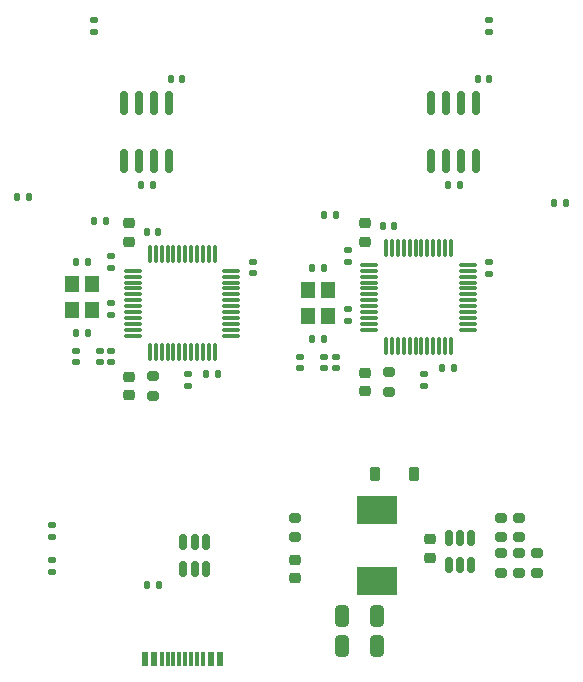
<source format=gbr>
%TF.GenerationSoftware,KiCad,Pcbnew,8.0.6*%
%TF.CreationDate,2024-12-12T23:36:56-08:00*%
%TF.ProjectId,KiCAD_MCPtest,4b694341-445f-44d4-9350-746573742e6b,rev?*%
%TF.SameCoordinates,Original*%
%TF.FileFunction,Paste,Top*%
%TF.FilePolarity,Positive*%
%FSLAX46Y46*%
G04 Gerber Fmt 4.6, Leading zero omitted, Abs format (unit mm)*
G04 Created by KiCad (PCBNEW 8.0.6) date 2024-12-12 23:36:56*
%MOMM*%
%LPD*%
G01*
G04 APERTURE LIST*
G04 Aperture macros list*
%AMRoundRect*
0 Rectangle with rounded corners*
0 $1 Rounding radius*
0 $2 $3 $4 $5 $6 $7 $8 $9 X,Y pos of 4 corners*
0 Add a 4 corners polygon primitive as box body*
4,1,4,$2,$3,$4,$5,$6,$7,$8,$9,$2,$3,0*
0 Add four circle primitives for the rounded corners*
1,1,$1+$1,$2,$3*
1,1,$1+$1,$4,$5*
1,1,$1+$1,$6,$7*
1,1,$1+$1,$8,$9*
0 Add four rect primitives between the rounded corners*
20,1,$1+$1,$2,$3,$4,$5,0*
20,1,$1+$1,$4,$5,$6,$7,0*
20,1,$1+$1,$6,$7,$8,$9,0*
20,1,$1+$1,$8,$9,$2,$3,0*%
G04 Aperture macros list end*
%ADD10RoundRect,0.150000X0.150000X-0.512500X0.150000X0.512500X-0.150000X0.512500X-0.150000X-0.512500X0*%
%ADD11RoundRect,0.140000X0.140000X0.170000X-0.140000X0.170000X-0.140000X-0.170000X0.140000X-0.170000X0*%
%ADD12RoundRect,0.140000X-0.140000X-0.170000X0.140000X-0.170000X0.140000X0.170000X-0.140000X0.170000X0*%
%ADD13RoundRect,0.135000X0.185000X-0.135000X0.185000X0.135000X-0.185000X0.135000X-0.185000X-0.135000X0*%
%ADD14RoundRect,0.225000X0.250000X-0.225000X0.250000X0.225000X-0.250000X0.225000X-0.250000X-0.225000X0*%
%ADD15RoundRect,0.225000X-0.250000X0.225000X-0.250000X-0.225000X0.250000X-0.225000X0.250000X0.225000X0*%
%ADD16R,1.200000X1.400000*%
%ADD17RoundRect,0.135000X-0.185000X0.135000X-0.185000X-0.135000X0.185000X-0.135000X0.185000X0.135000X0*%
%ADD18RoundRect,0.200000X-0.275000X0.200000X-0.275000X-0.200000X0.275000X-0.200000X0.275000X0.200000X0*%
%ADD19RoundRect,0.140000X-0.170000X0.140000X-0.170000X-0.140000X0.170000X-0.140000X0.170000X0.140000X0*%
%ADD20RoundRect,0.250000X-0.325000X-0.650000X0.325000X-0.650000X0.325000X0.650000X-0.325000X0.650000X0*%
%ADD21RoundRect,0.150000X0.150000X-0.825000X0.150000X0.825000X-0.150000X0.825000X-0.150000X-0.825000X0*%
%ADD22RoundRect,0.140000X0.170000X-0.140000X0.170000X0.140000X-0.170000X0.140000X-0.170000X-0.140000X0*%
%ADD23R,0.600000X1.160000*%
%ADD24R,0.300000X1.160000*%
%ADD25RoundRect,0.135000X0.135000X0.185000X-0.135000X0.185000X-0.135000X-0.185000X0.135000X-0.185000X0*%
%ADD26RoundRect,0.135000X-0.135000X-0.185000X0.135000X-0.185000X0.135000X0.185000X-0.135000X0.185000X0*%
%ADD27RoundRect,0.147500X0.172500X-0.147500X0.172500X0.147500X-0.172500X0.147500X-0.172500X-0.147500X0*%
%ADD28RoundRect,0.200000X0.275000X-0.200000X0.275000X0.200000X-0.275000X0.200000X-0.275000X-0.200000X0*%
%ADD29RoundRect,0.218750X0.256250X-0.218750X0.256250X0.218750X-0.256250X0.218750X-0.256250X-0.218750X0*%
%ADD30R,3.500000X2.350000*%
%ADD31RoundRect,0.225000X-0.225000X-0.375000X0.225000X-0.375000X0.225000X0.375000X-0.225000X0.375000X0*%
%ADD32RoundRect,0.218750X-0.256250X0.218750X-0.256250X-0.218750X0.256250X-0.218750X0.256250X0.218750X0*%
%ADD33RoundRect,0.075000X-0.662500X-0.075000X0.662500X-0.075000X0.662500X0.075000X-0.662500X0.075000X0*%
%ADD34RoundRect,0.075000X-0.075000X-0.662500X0.075000X-0.662500X0.075000X0.662500X-0.075000X0.662500X0*%
G04 APERTURE END LIST*
D10*
%TO.C,U6*%
X120600000Y-93500000D03*
X121550000Y-93500000D03*
X122500000Y-93500000D03*
X122500000Y-91225000D03*
X121550000Y-91225000D03*
X120600000Y-91225000D03*
%TD*%
D11*
%TO.C,C27*%
X143980000Y-61000000D03*
X143020000Y-61000000D03*
%TD*%
%TO.C,C26*%
X146480000Y-52000000D03*
X145520000Y-52000000D03*
%TD*%
D12*
%TO.C,C25*%
X117020000Y-61025000D03*
X117980000Y-61025000D03*
%TD*%
%TO.C,C24*%
X119520000Y-52025000D03*
X120480000Y-52025000D03*
%TD*%
D13*
%TO.C,R16*%
X141000000Y-78000000D03*
X141000000Y-76980000D03*
%TD*%
D14*
%TO.C,C14*%
X136000000Y-65775000D03*
X136000000Y-64225000D03*
%TD*%
D15*
%TO.C,C13*%
X141500000Y-92550000D03*
X141500000Y-91000000D03*
%TD*%
D16*
%TO.C,Y1*%
X112850000Y-69400000D03*
X112850000Y-71600000D03*
X111150000Y-71600000D03*
X111150000Y-69400000D03*
%TD*%
D17*
%TO.C,R11*%
X146500000Y-46980000D03*
X146500000Y-48000000D03*
%TD*%
D16*
%TO.C,Y2*%
X131150000Y-69900000D03*
X131150000Y-72100000D03*
X132850000Y-72100000D03*
X132850000Y-69900000D03*
%TD*%
D12*
%TO.C,C19*%
X106520000Y-62000000D03*
X107480000Y-62000000D03*
%TD*%
D11*
%TO.C,C17*%
X143480000Y-76500000D03*
X142520000Y-76500000D03*
%TD*%
%TO.C,C23*%
X132480000Y-74000000D03*
X131520000Y-74000000D03*
%TD*%
D18*
%TO.C,R14*%
X150500000Y-93825000D03*
X150500000Y-92175000D03*
%TD*%
D19*
%TO.C,C20*%
X132500000Y-75540000D03*
X132500000Y-76500000D03*
%TD*%
D12*
%TO.C,C8*%
X111520000Y-67500000D03*
X112480000Y-67500000D03*
%TD*%
D20*
%TO.C,C12*%
X137000000Y-100000000D03*
X134050000Y-100000000D03*
%TD*%
D21*
%TO.C,U4*%
X141595000Y-54025000D03*
X142865000Y-54025000D03*
X144135000Y-54025000D03*
X145405000Y-54025000D03*
X145405000Y-58975000D03*
X144135000Y-58975000D03*
X142865000Y-58975000D03*
X141595000Y-58975000D03*
%TD*%
D22*
%TO.C,C2*%
X114500000Y-67980000D03*
X114500000Y-67020000D03*
%TD*%
D17*
%TO.C,R19*%
X134500000Y-71490000D03*
X134500000Y-72510000D03*
%TD*%
%TO.C,R8*%
X109500000Y-92750000D03*
X109500000Y-93770000D03*
%TD*%
D14*
%TO.C,C1*%
X116000000Y-65775000D03*
X116000000Y-64225000D03*
%TD*%
D17*
%TO.C,R1*%
X121000000Y-76990000D03*
X121000000Y-78010000D03*
%TD*%
D23*
%TO.C,P1*%
X117300000Y-101115000D03*
X118100000Y-101115000D03*
D24*
X118750000Y-101115000D03*
X119750000Y-101115000D03*
X121250000Y-101115000D03*
X122250000Y-101115000D03*
D23*
X122900000Y-101115000D03*
X123700000Y-101115000D03*
X123700000Y-101115000D03*
X122900000Y-101115000D03*
D24*
X121750000Y-101115000D03*
X120750000Y-101115000D03*
X120250000Y-101115000D03*
X119250000Y-101115000D03*
D23*
X118100000Y-101115000D03*
X117300000Y-101115000D03*
%TD*%
D25*
%TO.C,R10*%
X118560000Y-94862500D03*
X117540000Y-94862500D03*
%TD*%
D26*
%TO.C,R2*%
X112990000Y-64000000D03*
X114010000Y-64000000D03*
%TD*%
D27*
%TO.C,L3*%
X130500000Y-76500000D03*
X130500000Y-75530000D03*
%TD*%
D17*
%TO.C,R4*%
X109500000Y-90770000D03*
X109500000Y-89750000D03*
%TD*%
D28*
%TO.C,R13*%
X149000000Y-92175000D03*
X149000000Y-93825000D03*
%TD*%
D26*
%TO.C,R17*%
X132490000Y-63500000D03*
X133510000Y-63500000D03*
%TD*%
D18*
%TO.C,R12*%
X147500000Y-93825000D03*
X147500000Y-92175000D03*
%TD*%
D29*
%TO.C,D1*%
X116000000Y-78787500D03*
X116000000Y-77212500D03*
%TD*%
D27*
%TO.C,L1*%
X111500000Y-75985000D03*
X111500000Y-75015000D03*
%TD*%
D22*
%TO.C,C18*%
X134500000Y-67480000D03*
X134500000Y-66520000D03*
%TD*%
D18*
%TO.C,R18*%
X138000000Y-76850000D03*
X138000000Y-78500000D03*
%TD*%
D30*
%TO.C,L2*%
X137000000Y-94525000D03*
X137000000Y-88475000D03*
%TD*%
D12*
%TO.C,C15*%
X137500000Y-64500000D03*
X138460000Y-64500000D03*
%TD*%
D17*
%TO.C,R9*%
X114500000Y-70990000D03*
X114500000Y-72010000D03*
%TD*%
D19*
%TO.C,C9*%
X114500000Y-75020000D03*
X114500000Y-75980000D03*
%TD*%
D31*
%TO.C,D2*%
X140150000Y-85500000D03*
X136850000Y-85500000D03*
%TD*%
D18*
%TO.C,R7*%
X118000000Y-77175000D03*
X118000000Y-78825000D03*
%TD*%
D32*
%TO.C,D3*%
X130000000Y-94287500D03*
X130000000Y-92712500D03*
%TD*%
D11*
%TO.C,C6*%
X152960000Y-62500000D03*
X152000000Y-62500000D03*
%TD*%
D10*
%TO.C,U3*%
X143050000Y-90862500D03*
X144000000Y-90862500D03*
X144950000Y-90862500D03*
X144950000Y-93137500D03*
X144000000Y-93137500D03*
X143050000Y-93137500D03*
%TD*%
D28*
%TO.C,R6*%
X149000000Y-89175000D03*
X149000000Y-90825000D03*
%TD*%
D18*
%TO.C,R15*%
X130000000Y-90825000D03*
X130000000Y-89175000D03*
%TD*%
D12*
%TO.C,C3*%
X117520000Y-65000000D03*
X118480000Y-65000000D03*
%TD*%
D33*
%TO.C,U5*%
X136337500Y-67750000D03*
X136337500Y-68250000D03*
X136337500Y-68750000D03*
X136337500Y-69250000D03*
X136337500Y-69750000D03*
X136337500Y-70250000D03*
X136337500Y-70750000D03*
X136337500Y-71250000D03*
X136337500Y-71750000D03*
X136337500Y-72250000D03*
X136337500Y-72750000D03*
X136337500Y-73250000D03*
D34*
X137750000Y-74662500D03*
X138250000Y-74662500D03*
X138750000Y-74662500D03*
X139250000Y-74662500D03*
X139750000Y-74662500D03*
X140250000Y-74662500D03*
X140750000Y-74662500D03*
X141250000Y-74662500D03*
X141750000Y-74662500D03*
X142250000Y-74662500D03*
X142750000Y-74662500D03*
X143250000Y-74662500D03*
D33*
X144662500Y-73250000D03*
X144662500Y-72750000D03*
X144662500Y-72250000D03*
X144662500Y-71750000D03*
X144662500Y-71250000D03*
X144662500Y-70750000D03*
X144662500Y-70250000D03*
X144662500Y-69750000D03*
X144662500Y-69250000D03*
X144662500Y-68750000D03*
X144662500Y-68250000D03*
X144662500Y-67750000D03*
D34*
X143250000Y-66337500D03*
X142750000Y-66337500D03*
X142250000Y-66337500D03*
X141750000Y-66337500D03*
X141250000Y-66337500D03*
X140750000Y-66337500D03*
X140250000Y-66337500D03*
X139750000Y-66337500D03*
X139250000Y-66337500D03*
X138750000Y-66337500D03*
X138250000Y-66337500D03*
X137750000Y-66337500D03*
%TD*%
D18*
%TO.C,R5*%
X147500000Y-90825000D03*
X147500000Y-89175000D03*
%TD*%
D21*
%TO.C,U2*%
X115595000Y-59000000D03*
X116865000Y-59000000D03*
X118135000Y-59000000D03*
X119405000Y-59000000D03*
X119405000Y-54050000D03*
X118135000Y-54050000D03*
X116865000Y-54050000D03*
X115595000Y-54050000D03*
%TD*%
D20*
%TO.C,C11*%
X136975000Y-97500000D03*
X134025000Y-97500000D03*
%TD*%
D12*
%TO.C,C21*%
X131520000Y-68000000D03*
X132480000Y-68000000D03*
%TD*%
D19*
%TO.C,C7*%
X113500000Y-75020000D03*
X113500000Y-75980000D03*
%TD*%
D33*
%TO.C,U1*%
X116337500Y-68250000D03*
X116337500Y-68750000D03*
X116337500Y-69250000D03*
X116337500Y-69750000D03*
X116337500Y-70250000D03*
X116337500Y-70750000D03*
X116337500Y-71250000D03*
X116337500Y-71750000D03*
X116337500Y-72250000D03*
X116337500Y-72750000D03*
X116337500Y-73250000D03*
X116337500Y-73750000D03*
D34*
X117750000Y-75162500D03*
X118250000Y-75162500D03*
X118750000Y-75162500D03*
X119250000Y-75162500D03*
X119750000Y-75162500D03*
X120250000Y-75162500D03*
X120750000Y-75162500D03*
X121250000Y-75162500D03*
X121750000Y-75162500D03*
X122250000Y-75162500D03*
X122750000Y-75162500D03*
X123250000Y-75162500D03*
D33*
X124662500Y-73750000D03*
X124662500Y-73250000D03*
X124662500Y-72750000D03*
X124662500Y-72250000D03*
X124662500Y-71750000D03*
X124662500Y-71250000D03*
X124662500Y-70750000D03*
X124662500Y-70250000D03*
X124662500Y-69750000D03*
X124662500Y-69250000D03*
X124662500Y-68750000D03*
X124662500Y-68250000D03*
D34*
X123250000Y-66837500D03*
X122750000Y-66837500D03*
X122250000Y-66837500D03*
X121750000Y-66837500D03*
X121250000Y-66837500D03*
X120750000Y-66837500D03*
X120250000Y-66837500D03*
X119750000Y-66837500D03*
X119250000Y-66837500D03*
X118750000Y-66837500D03*
X118250000Y-66837500D03*
X117750000Y-66837500D03*
%TD*%
D19*
%TO.C,C22*%
X133500000Y-75520000D03*
X133500000Y-76480000D03*
%TD*%
%TO.C,C4*%
X126500000Y-67520000D03*
X126500000Y-68480000D03*
%TD*%
D11*
%TO.C,C5*%
X123480000Y-77000000D03*
X122520000Y-77000000D03*
%TD*%
D29*
%TO.C,D4*%
X136000000Y-78462500D03*
X136000000Y-76887500D03*
%TD*%
D17*
%TO.C,R3*%
X113000000Y-46990000D03*
X113000000Y-48010000D03*
%TD*%
D11*
%TO.C,C10*%
X112480000Y-73500000D03*
X111520000Y-73500000D03*
%TD*%
D19*
%TO.C,C16*%
X146500000Y-67540000D03*
X146500000Y-68500000D03*
%TD*%
M02*

</source>
